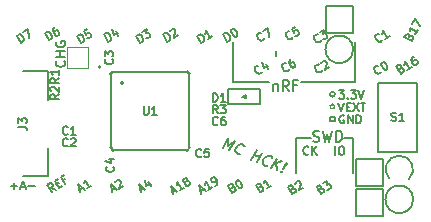
<source format=gto>
G04 #@! TF.FileFunction,Legend,Top*
%FSLAX46Y46*%
G04 Gerber Fmt 4.6, Leading zero omitted, Abs format (unit mm)*
G04 Created by KiCad (PCBNEW 0.201505121916+5652~23~ubuntu14.04.1-product) date Mon 25 May 2015 21:29:56 BST*
%MOMM*%
G01*
G04 APERTURE LIST*
%ADD10C,0.150000*%
%ADD11C,0.149860*%
%ADD12C,0.203200*%
%ADD13C,0.198120*%
%ADD14C,0.120000*%
G04 APERTURE END LIST*
D10*
D11*
X68966667Y-51200000D02*
X68900001Y-51166667D01*
X68800001Y-51166667D01*
X68700001Y-51200000D01*
X68633334Y-51266667D01*
X68600001Y-51333333D01*
X68566667Y-51466667D01*
X68566667Y-51566667D01*
X68600001Y-51700000D01*
X68633334Y-51766667D01*
X68700001Y-51833333D01*
X68800001Y-51866667D01*
X68866667Y-51866667D01*
X68966667Y-51833333D01*
X69000001Y-51800000D01*
X69000001Y-51566667D01*
X68866667Y-51566667D01*
X69300001Y-51866667D02*
X69300001Y-51166667D01*
X69700001Y-51866667D01*
X69700001Y-51166667D01*
X70033334Y-51866667D02*
X70033334Y-51166667D01*
X70200000Y-51166667D01*
X70300000Y-51200000D01*
X70366667Y-51266667D01*
X70400000Y-51333333D01*
X70433334Y-51466667D01*
X70433334Y-51566667D01*
X70400000Y-51700000D01*
X70366667Y-51766667D01*
X70300000Y-51833333D01*
X70200000Y-51866667D01*
X70033334Y-51866667D01*
X67800000Y-51700000D02*
X67800000Y-51300000D01*
X68200000Y-51700000D02*
X67800000Y-51700000D01*
X68200000Y-51300000D02*
X68200000Y-51700000D01*
X67800000Y-51300000D02*
X68200000Y-51300000D01*
X68500001Y-50116667D02*
X68733334Y-50816667D01*
X68966667Y-50116667D01*
X69200001Y-50450000D02*
X69433334Y-50450000D01*
X69533334Y-50816667D02*
X69200001Y-50816667D01*
X69200001Y-50116667D01*
X69533334Y-50116667D01*
X69766667Y-50116667D02*
X70233334Y-50816667D01*
X70233334Y-50116667D02*
X69766667Y-50816667D01*
X70400001Y-50116667D02*
X70800001Y-50116667D01*
X70600001Y-50816667D02*
X70600001Y-50116667D01*
X68141000Y-50591000D02*
G75*
G03X67859000Y-50591000I-141000J141000D01*
G01*
X68566667Y-49066667D02*
X69000000Y-49066667D01*
X68766667Y-49333333D01*
X68866667Y-49333333D01*
X68933334Y-49366667D01*
X68966667Y-49400000D01*
X69000000Y-49466667D01*
X69000000Y-49633333D01*
X68966667Y-49700000D01*
X68933334Y-49733333D01*
X68866667Y-49766667D01*
X68666667Y-49766667D01*
X68600000Y-49733333D01*
X68566667Y-49700000D01*
X69300001Y-49700000D02*
X69333334Y-49733333D01*
X69300001Y-49766667D01*
X69266667Y-49733333D01*
X69300001Y-49700000D01*
X69300001Y-49766667D01*
X69566667Y-49066667D02*
X70000000Y-49066667D01*
X69766667Y-49333333D01*
X69866667Y-49333333D01*
X69933334Y-49366667D01*
X69966667Y-49400000D01*
X70000000Y-49466667D01*
X70000000Y-49633333D01*
X69966667Y-49700000D01*
X69933334Y-49733333D01*
X69866667Y-49766667D01*
X69666667Y-49766667D01*
X69600000Y-49733333D01*
X69566667Y-49700000D01*
X70200001Y-49066667D02*
X70433334Y-49766667D01*
X70666667Y-49066667D01*
X68206155Y-49400000D02*
G75*
G03X68206155Y-49400000I-206155J0D01*
G01*
X64900000Y-53100000D02*
X64900000Y-56100000D01*
X66200000Y-53100000D02*
X64900000Y-53100000D01*
X69700000Y-53100000D02*
X69700000Y-56100000D01*
X69000000Y-53100000D02*
X69700000Y-53100000D01*
X64621410Y-57406699D02*
X64724679Y-57385566D01*
X64770213Y-57397768D01*
X64832415Y-57438835D01*
X64882415Y-57525438D01*
X64886880Y-57599840D01*
X64874679Y-57645374D01*
X64833611Y-57707575D01*
X64602671Y-57840908D01*
X64252671Y-57234690D01*
X64454744Y-57118024D01*
X64529145Y-57113558D01*
X64574679Y-57125758D01*
X64636880Y-57166827D01*
X64670213Y-57224562D01*
X64674679Y-57298963D01*
X64662479Y-57344498D01*
X64621410Y-57406699D01*
X64419338Y-57523365D01*
X64863354Y-56959092D02*
X64875556Y-56913558D01*
X64916624Y-56851357D01*
X65060961Y-56768024D01*
X65135363Y-56763558D01*
X65180897Y-56775758D01*
X65243098Y-56816827D01*
X65276431Y-56874562D01*
X65297564Y-56977832D01*
X65151154Y-57524242D01*
X65526431Y-57307575D01*
X69900000Y-48400000D02*
X69900000Y-45000000D01*
X65300000Y-48400000D02*
X69900000Y-48400000D01*
X62600000Y-48400000D02*
X59600000Y-48400000D01*
X62972389Y-48507323D02*
X62972389Y-49106763D01*
X62972389Y-48592957D02*
X63015206Y-48550140D01*
X63100840Y-48507323D01*
X63229292Y-48507323D01*
X63314926Y-48550140D01*
X63357743Y-48635774D01*
X63357743Y-49106763D01*
X64299720Y-49106763D02*
X64000000Y-48678591D01*
X63785915Y-49106763D02*
X63785915Y-48207603D01*
X64128452Y-48207603D01*
X64214086Y-48250420D01*
X64256903Y-48293237D01*
X64299720Y-48378871D01*
X64299720Y-48507323D01*
X64256903Y-48592957D01*
X64214086Y-48635774D01*
X64128452Y-48678591D01*
X63785915Y-48678591D01*
X64984795Y-48635774D02*
X64685075Y-48635774D01*
X64685075Y-49106763D02*
X64685075Y-48207603D01*
X65113246Y-48207603D01*
X59600000Y-45000000D02*
X59600000Y-48400000D01*
X63230000Y-46164500D02*
X63230000Y-45720000D01*
X72263000Y-54864000D02*
X72263000Y-57150000D01*
X72263000Y-57150000D02*
X69977000Y-57150000D01*
X69977000Y-57150000D02*
X69977000Y-54864000D01*
X69977000Y-54864000D02*
X72263000Y-54864000D01*
X66379712Y-53363946D02*
X66508163Y-53406763D01*
X66722249Y-53406763D01*
X66807883Y-53363946D01*
X66850700Y-53321129D01*
X66893517Y-53235494D01*
X66893517Y-53149860D01*
X66850700Y-53064226D01*
X66807883Y-53021409D01*
X66722249Y-52978591D01*
X66550980Y-52935774D01*
X66465346Y-52892957D01*
X66422529Y-52850140D01*
X66379712Y-52764506D01*
X66379712Y-52678871D01*
X66422529Y-52593237D01*
X66465346Y-52550420D01*
X66550980Y-52507603D01*
X66765066Y-52507603D01*
X66893517Y-52550420D01*
X67193237Y-52507603D02*
X67407323Y-53406763D01*
X67578592Y-52764506D01*
X67749860Y-53406763D01*
X67963946Y-52507603D01*
X68306483Y-53406763D02*
X68306483Y-52507603D01*
X68520568Y-52507603D01*
X68649020Y-52550420D01*
X68734654Y-52636054D01*
X68777471Y-52721689D01*
X68820288Y-52892957D01*
X68820288Y-53021409D01*
X68777471Y-53192677D01*
X68734654Y-53278311D01*
X68649020Y-53363946D01*
X68520568Y-53406763D01*
X68306483Y-53406763D01*
X40800000Y-57150000D02*
X41333333Y-57150000D01*
X41066666Y-57416667D02*
X41066666Y-56883333D01*
X41633333Y-57216667D02*
X41966667Y-57216667D01*
X41566667Y-57416667D02*
X41800000Y-56716667D01*
X42033333Y-57416667D01*
X42266667Y-57150000D02*
X42800000Y-57150000D01*
X72223964Y-44774839D02*
X72211763Y-44820374D01*
X72141827Y-44899242D01*
X72084093Y-44932575D01*
X71980823Y-44953707D01*
X71889755Y-44929306D01*
X71827554Y-44888237D01*
X71732020Y-44789434D01*
X71682020Y-44702832D01*
X71644221Y-44570694D01*
X71639755Y-44496293D01*
X71664157Y-44405224D01*
X71734093Y-44326357D01*
X71791827Y-44293024D01*
X71895096Y-44271891D01*
X71940631Y-44284091D01*
X72834647Y-44499242D02*
X72488237Y-44699242D01*
X72661442Y-44599242D02*
X72311442Y-43993024D01*
X72303708Y-44112959D01*
X72279306Y-44204027D01*
X72238237Y-44266229D01*
X74498365Y-44509049D02*
X74577232Y-44439113D01*
X74622767Y-44426913D01*
X74697168Y-44431378D01*
X74783771Y-44481378D01*
X74824839Y-44543580D01*
X74837040Y-44589113D01*
X74832575Y-44663516D01*
X74699242Y-44894455D01*
X74093024Y-44544455D01*
X74209690Y-44342383D01*
X74271891Y-44301314D01*
X74317425Y-44289113D01*
X74391827Y-44293580D01*
X74449562Y-44326913D01*
X74490630Y-44389113D01*
X74502832Y-44434647D01*
X74498365Y-44509049D01*
X74381699Y-44711122D01*
X75232575Y-43970695D02*
X75032575Y-44317105D01*
X75132575Y-44143900D02*
X74526357Y-43793900D01*
X74579626Y-43901635D01*
X74604027Y-43992703D01*
X74599562Y-44067105D01*
X74743024Y-43418622D02*
X74976357Y-43014477D01*
X75432575Y-43624284D01*
X69750882Y-45593000D02*
G75*
G03X69750882Y-45593000I-1170882J0D01*
G01*
X67123964Y-47374839D02*
X67111763Y-47420374D01*
X67041827Y-47499242D01*
X66984093Y-47532575D01*
X66880823Y-47553707D01*
X66789755Y-47529306D01*
X66727554Y-47488237D01*
X66632020Y-47389434D01*
X66582020Y-47302832D01*
X66544221Y-47170694D01*
X66539755Y-47096293D01*
X66564157Y-47005224D01*
X66634093Y-46926357D01*
X66691827Y-46893024D01*
X66795096Y-46871891D01*
X66840631Y-46884091D01*
X67071570Y-46750758D02*
X67083772Y-46705224D01*
X67124840Y-46643024D01*
X67269178Y-46559690D01*
X67343580Y-46555224D01*
X67389113Y-46567425D01*
X67451314Y-46608494D01*
X67484647Y-46666229D01*
X67505780Y-46769498D01*
X67359370Y-47315908D01*
X67734647Y-47099242D01*
X67023964Y-44824839D02*
X67011763Y-44870374D01*
X66941827Y-44949242D01*
X66884093Y-44982575D01*
X66780823Y-45003707D01*
X66689755Y-44979306D01*
X66627554Y-44938237D01*
X66532020Y-44839434D01*
X66482020Y-44752832D01*
X66444221Y-44620694D01*
X66439755Y-44546293D01*
X66464157Y-44455224D01*
X66534093Y-44376357D01*
X66591827Y-44343024D01*
X66695096Y-44321891D01*
X66740631Y-44334091D01*
X66909370Y-44159690D02*
X67284647Y-43943024D01*
X67215908Y-44290630D01*
X67302511Y-44240630D01*
X67376913Y-44236165D01*
X67422447Y-44248365D01*
X67484647Y-44289434D01*
X67567980Y-44433771D01*
X67572447Y-44508173D01*
X67560246Y-44553707D01*
X67519178Y-44615908D01*
X67345973Y-44715908D01*
X67271570Y-44720374D01*
X67226037Y-44708173D01*
X49325321Y-57501037D02*
X49613997Y-57334370D01*
X49367586Y-57707575D02*
X49219659Y-56984690D01*
X49771731Y-57474242D01*
X49628269Y-56825758D02*
X49640471Y-56780224D01*
X49681539Y-56718024D01*
X49825876Y-56634690D01*
X49900278Y-56630224D01*
X49945812Y-56642425D01*
X50008013Y-56683494D01*
X50041346Y-56741229D01*
X50062479Y-56844498D01*
X49916069Y-57390908D01*
X50291346Y-57174242D01*
X68233334Y-54516667D02*
X68233334Y-53816667D01*
X68700000Y-53816667D02*
X68833333Y-53816667D01*
X68900000Y-53850000D01*
X68966667Y-53916667D01*
X69000000Y-54050000D01*
X69000000Y-54283333D01*
X68966667Y-54416667D01*
X68900000Y-54483333D01*
X68833333Y-54516667D01*
X68700000Y-54516667D01*
X68633333Y-54483333D01*
X68566667Y-54416667D01*
X68533333Y-54283333D01*
X68533333Y-54050000D01*
X68566667Y-53916667D01*
X68633333Y-53850000D01*
X68700000Y-53816667D01*
X65966667Y-54450000D02*
X65933333Y-54483333D01*
X65833333Y-54516667D01*
X65766667Y-54516667D01*
X65666667Y-54483333D01*
X65600000Y-54416667D01*
X65566667Y-54350000D01*
X65533333Y-54216667D01*
X65533333Y-54116667D01*
X65566667Y-53983333D01*
X65600000Y-53916667D01*
X65666667Y-53850000D01*
X65766667Y-53816667D01*
X65833333Y-53816667D01*
X65933333Y-53850000D01*
X65966667Y-53883333D01*
X66266667Y-54516667D02*
X66266667Y-53816667D01*
X66666667Y-54516667D02*
X66366667Y-54116667D01*
X66666667Y-53816667D02*
X66266667Y-54216667D01*
X72123964Y-47474839D02*
X72111763Y-47520374D01*
X72041827Y-47599242D01*
X71984093Y-47632575D01*
X71880823Y-47653707D01*
X71789755Y-47629306D01*
X71727554Y-47588237D01*
X71632020Y-47489434D01*
X71582020Y-47402832D01*
X71544221Y-47270694D01*
X71539755Y-47196293D01*
X71564157Y-47105224D01*
X71634093Y-47026357D01*
X71691827Y-46993024D01*
X71795096Y-46971891D01*
X71840631Y-46984091D01*
X72182575Y-46709690D02*
X72240310Y-46676357D01*
X72314711Y-46671891D01*
X72360246Y-46684091D01*
X72422447Y-46725160D01*
X72517980Y-46823963D01*
X72601314Y-46968301D01*
X72639113Y-47100438D01*
X72643580Y-47174839D01*
X72631378Y-47220374D01*
X72590310Y-47282575D01*
X72532575Y-47315908D01*
X72458173Y-47320374D01*
X72412639Y-47308173D01*
X72350438Y-47267104D01*
X72254904Y-47168301D01*
X72171570Y-47023963D01*
X72133772Y-46891827D01*
X72129306Y-46817425D01*
X72141506Y-46771891D01*
X72182575Y-46709690D01*
X73790951Y-47215032D02*
X73894220Y-47193899D01*
X73939754Y-47206101D01*
X74001955Y-47247168D01*
X74051955Y-47333771D01*
X74056420Y-47408173D01*
X74044220Y-47453707D01*
X74003151Y-47515909D01*
X73772212Y-47649242D01*
X73422212Y-47043024D01*
X73624284Y-46926357D01*
X73698686Y-46921891D01*
X73744220Y-46934092D01*
X73806420Y-46975161D01*
X73839754Y-47032896D01*
X73844220Y-47107297D01*
X73832020Y-47152832D01*
X73790951Y-47215032D01*
X73588878Y-47331699D01*
X74695972Y-47115909D02*
X74349562Y-47315909D01*
X74522767Y-47215909D02*
X74172767Y-46609691D01*
X74165032Y-46729626D01*
X74140630Y-46820694D01*
X74099562Y-46882896D01*
X74865588Y-46209690D02*
X74750117Y-46276357D01*
X74709049Y-46338558D01*
X74696848Y-46384092D01*
X74689113Y-46504027D01*
X74726912Y-46636165D01*
X74860245Y-46867105D01*
X74922447Y-46908173D01*
X74967980Y-46920374D01*
X75042383Y-46915908D01*
X75157853Y-46849242D01*
X75198921Y-46787040D01*
X75211122Y-46741506D01*
X75206655Y-46667105D01*
X75123322Y-46522768D01*
X75061122Y-46481699D01*
X75015588Y-46469498D01*
X74941186Y-46473963D01*
X74825716Y-46540630D01*
X74784647Y-46602832D01*
X74772447Y-46648365D01*
X74776912Y-46722768D01*
X67021410Y-57406699D02*
X67124679Y-57385566D01*
X67170213Y-57397768D01*
X67232415Y-57438835D01*
X67282415Y-57525438D01*
X67286880Y-57599840D01*
X67274679Y-57645374D01*
X67233611Y-57707575D01*
X67002671Y-57840908D01*
X66652671Y-57234690D01*
X66854744Y-57118024D01*
X66929145Y-57113558D01*
X66974679Y-57125758D01*
X67036880Y-57166827D01*
X67070213Y-57224562D01*
X67074679Y-57298963D01*
X67062479Y-57344498D01*
X67021410Y-57406699D01*
X66819338Y-57523365D01*
X67201154Y-56918024D02*
X67576431Y-56701357D01*
X67507692Y-57048963D01*
X67594294Y-56998963D01*
X67668697Y-56994498D01*
X67714230Y-57006699D01*
X67776431Y-57047768D01*
X67859764Y-57192105D01*
X67864230Y-57266506D01*
X67852030Y-57312040D01*
X67810961Y-57374242D01*
X67637756Y-57474242D01*
X67563354Y-57478707D01*
X67517820Y-57466506D01*
X61879626Y-57248365D02*
X61982895Y-57227232D01*
X62028430Y-57239434D01*
X62090631Y-57280501D01*
X62140631Y-57367104D01*
X62145096Y-57441506D01*
X62132895Y-57487040D01*
X62091827Y-57549242D01*
X61860888Y-57682575D01*
X61510888Y-57076357D01*
X61712960Y-56959690D01*
X61787362Y-56955224D01*
X61832895Y-56967425D01*
X61895096Y-57008494D01*
X61928430Y-57066229D01*
X61932895Y-57140630D01*
X61920695Y-57186165D01*
X61879626Y-57248365D01*
X61677554Y-57365032D01*
X62784647Y-57149242D02*
X62438237Y-57349242D01*
X62611442Y-57249242D02*
X62261442Y-56643024D01*
X62253708Y-56762959D01*
X62229306Y-56854027D01*
X62188237Y-56916229D01*
X59529626Y-57298365D02*
X59632895Y-57277232D01*
X59678430Y-57289434D01*
X59740631Y-57330501D01*
X59790631Y-57417104D01*
X59795096Y-57491506D01*
X59782895Y-57537040D01*
X59741827Y-57599242D01*
X59510888Y-57732575D01*
X59160888Y-57126357D01*
X59362960Y-57009690D01*
X59437362Y-57005224D01*
X59482895Y-57017425D01*
X59545096Y-57058494D01*
X59578430Y-57116229D01*
X59582895Y-57190630D01*
X59570695Y-57236165D01*
X59529626Y-57298365D01*
X59327554Y-57415032D01*
X59882575Y-56709690D02*
X59940310Y-56676357D01*
X60014711Y-56671891D01*
X60060246Y-56684091D01*
X60122447Y-56725160D01*
X60217980Y-56823963D01*
X60301314Y-56968301D01*
X60339113Y-57100438D01*
X60343580Y-57174839D01*
X60331378Y-57220374D01*
X60290310Y-57282575D01*
X60232575Y-57315908D01*
X60158173Y-57320374D01*
X60112639Y-57308173D01*
X60050438Y-57267104D01*
X59954904Y-57168301D01*
X59871570Y-57023963D01*
X59833772Y-56891827D01*
X59829306Y-56817425D01*
X59841506Y-56771891D01*
X59882575Y-56709690D01*
X56836645Y-57617704D02*
X57125321Y-57451037D01*
X56878911Y-57824242D02*
X56730983Y-57101357D01*
X57283055Y-57590909D01*
X57802670Y-57290909D02*
X57456260Y-57490909D01*
X57629465Y-57390909D02*
X57279465Y-56784691D01*
X57271731Y-56904626D01*
X57247329Y-56995694D01*
X57206260Y-57057896D01*
X58091346Y-57124242D02*
X58206816Y-57057575D01*
X58247884Y-56995374D01*
X58260085Y-56949840D01*
X58267820Y-56829904D01*
X58230021Y-56697768D01*
X58096688Y-56466827D01*
X58034487Y-56425758D01*
X57988953Y-56413558D01*
X57914551Y-56418024D01*
X57799082Y-56484690D01*
X57758013Y-56546891D01*
X57745812Y-56592425D01*
X57750277Y-56666827D01*
X57833611Y-56811165D01*
X57895812Y-56852232D01*
X57941346Y-56864434D01*
X58015748Y-56859968D01*
X58131218Y-56793301D01*
X58172287Y-56731101D01*
X58184487Y-56685566D01*
X58180021Y-56611165D01*
X54436645Y-57667704D02*
X54725321Y-57501037D01*
X54478911Y-57874242D02*
X54330983Y-57151357D01*
X54883055Y-57640909D01*
X55402670Y-57340909D02*
X55056260Y-57540909D01*
X55229465Y-57440909D02*
X54879465Y-56834691D01*
X54871731Y-56954626D01*
X54847329Y-57045694D01*
X54806260Y-57107896D01*
X55549082Y-56794498D02*
X55474679Y-56798963D01*
X55429145Y-56786763D01*
X55366944Y-56745694D01*
X55350277Y-56716827D01*
X55345812Y-56642425D01*
X55358013Y-56596891D01*
X55399082Y-56534690D01*
X55514551Y-56468024D01*
X55588953Y-56463558D01*
X55634487Y-56475758D01*
X55696688Y-56516827D01*
X55713354Y-56545694D01*
X55717820Y-56620096D01*
X55705620Y-56665630D01*
X55664551Y-56727832D01*
X55549082Y-56794498D01*
X55508013Y-56856699D01*
X55495812Y-56902232D01*
X55500277Y-56976635D01*
X55566944Y-57092105D01*
X55629145Y-57133173D01*
X55674679Y-57145374D01*
X55749082Y-57140908D01*
X55864551Y-57074242D01*
X55905620Y-57012040D01*
X55917820Y-56966506D01*
X55913354Y-56892105D01*
X55846688Y-56776635D01*
X55784487Y-56735566D01*
X55738953Y-56723365D01*
X55664551Y-56727832D01*
X51725321Y-57501037D02*
X52013997Y-57334370D01*
X51767586Y-57707575D02*
X51619659Y-56984690D01*
X52171731Y-57474242D01*
X52400278Y-56803429D02*
X52633612Y-57207575D01*
X52122607Y-56655822D02*
X52228269Y-57172168D01*
X52603547Y-56955501D01*
X46575321Y-57501037D02*
X46863997Y-57334370D01*
X46617586Y-57707575D02*
X46469659Y-56984690D01*
X47021731Y-57474242D01*
X47541346Y-57174242D02*
X47194936Y-57374242D01*
X47368141Y-57274242D02*
X47018141Y-56668024D01*
X47010407Y-56787959D01*
X46986004Y-56879027D01*
X46944936Y-56941229D01*
X44561924Y-57474241D02*
X44193184Y-57302232D01*
X44215514Y-57674241D02*
X43865514Y-57068023D01*
X44096454Y-56934690D01*
X44170855Y-56930224D01*
X44216389Y-56942425D01*
X44278591Y-56983493D01*
X44328591Y-57070096D01*
X44333056Y-57144498D01*
X44320855Y-57190032D01*
X44279787Y-57252232D01*
X44048847Y-57385565D01*
X44638398Y-57006698D02*
X44840471Y-56890032D01*
X45110407Y-57157575D02*
X44821732Y-57324241D01*
X44471732Y-56718023D01*
X44760407Y-56551357D01*
X45388953Y-56573365D02*
X45186881Y-56690032D01*
X45370214Y-57007575D02*
X45020214Y-56401357D01*
X45308889Y-56234690D01*
X62023964Y-47474839D02*
X62011763Y-47520374D01*
X61941827Y-47599242D01*
X61884093Y-47632575D01*
X61780823Y-47653707D01*
X61689755Y-47629306D01*
X61627554Y-47588237D01*
X61532020Y-47489434D01*
X61482020Y-47402832D01*
X61444221Y-47270694D01*
X61439755Y-47196293D01*
X61464157Y-47105224D01*
X61534093Y-47026357D01*
X61591827Y-46993024D01*
X61695096Y-46971891D01*
X61740631Y-46984091D01*
X62343580Y-46828429D02*
X62576913Y-47232575D01*
X62065908Y-46680822D02*
X62171570Y-47197168D01*
X62546849Y-46980501D01*
X64623964Y-44574839D02*
X64611763Y-44620374D01*
X64541827Y-44699242D01*
X64484093Y-44732575D01*
X64380823Y-44753707D01*
X64289755Y-44729306D01*
X64227554Y-44688237D01*
X64132020Y-44589434D01*
X64082020Y-44502832D01*
X64044221Y-44370694D01*
X64039755Y-44296293D01*
X64064157Y-44205224D01*
X64134093Y-44126357D01*
X64191827Y-44093024D01*
X64295096Y-44071891D01*
X64340631Y-44084091D01*
X64855780Y-43709690D02*
X64567105Y-43876357D01*
X64704904Y-44181699D01*
X64717105Y-44136165D01*
X64758173Y-44073963D01*
X64902511Y-43990630D01*
X64976913Y-43986165D01*
X65022447Y-43998365D01*
X65084647Y-44039434D01*
X65167980Y-44183771D01*
X65172447Y-44258173D01*
X65160246Y-44303707D01*
X65119178Y-44365908D01*
X64974840Y-44449242D01*
X64900438Y-44453707D01*
X64854904Y-44441506D01*
X64323964Y-47274839D02*
X64311763Y-47320374D01*
X64241827Y-47399242D01*
X64184093Y-47432575D01*
X64080823Y-47453707D01*
X63989755Y-47429306D01*
X63927554Y-47388237D01*
X63832020Y-47289434D01*
X63782020Y-47202832D01*
X63744221Y-47070694D01*
X63739755Y-46996293D01*
X63764157Y-46905224D01*
X63834093Y-46826357D01*
X63891827Y-46793024D01*
X63995096Y-46771891D01*
X64040631Y-46784091D01*
X64526913Y-46426357D02*
X64411442Y-46493024D01*
X64370374Y-46555224D01*
X64358173Y-46600758D01*
X64350438Y-46720694D01*
X64388237Y-46852832D01*
X64521570Y-47083771D01*
X64583772Y-47124839D01*
X64629306Y-47137040D01*
X64703708Y-47132575D01*
X64819178Y-47065908D01*
X64860246Y-47003707D01*
X64872447Y-46958173D01*
X64867980Y-46883771D01*
X64784647Y-46739434D01*
X64722447Y-46698365D01*
X64676913Y-46686165D01*
X64602511Y-46690630D01*
X64487041Y-46757296D01*
X64445973Y-46819498D01*
X64433772Y-46865032D01*
X64438237Y-46939434D01*
X62223964Y-44674839D02*
X62211763Y-44720374D01*
X62141827Y-44799242D01*
X62084093Y-44832575D01*
X61980823Y-44853707D01*
X61889755Y-44829306D01*
X61827554Y-44788237D01*
X61732020Y-44689434D01*
X61682020Y-44602832D01*
X61644221Y-44470694D01*
X61639755Y-44396293D01*
X61664157Y-44305224D01*
X61734093Y-44226357D01*
X61791827Y-44193024D01*
X61895096Y-44171891D01*
X61940631Y-44184091D01*
X62109370Y-44009690D02*
X62513516Y-43776357D01*
X62603708Y-44532575D01*
X59110888Y-44932575D02*
X58760888Y-44326357D01*
X58905225Y-44243024D01*
X59008494Y-44221891D01*
X59099562Y-44246293D01*
X59161763Y-44287361D01*
X59257298Y-44386165D01*
X59307298Y-44472767D01*
X59345096Y-44604904D01*
X59349562Y-44679306D01*
X59325160Y-44770374D01*
X59255225Y-44849242D01*
X59110888Y-44932575D01*
X59482575Y-43909690D02*
X59540310Y-43876357D01*
X59614711Y-43871891D01*
X59660246Y-43884091D01*
X59722447Y-43925160D01*
X59817980Y-44023963D01*
X59901314Y-44168301D01*
X59939113Y-44300438D01*
X59943580Y-44374839D01*
X59931378Y-44420374D01*
X59890310Y-44482575D01*
X59832575Y-44515908D01*
X59758173Y-44520374D01*
X59712639Y-44508173D01*
X59650438Y-44467104D01*
X59554904Y-44368301D01*
X59471570Y-44223963D01*
X59433772Y-44091827D01*
X59429306Y-44017425D01*
X59441506Y-43971891D01*
X59482575Y-43909690D01*
X56910888Y-45032575D02*
X56560888Y-44426357D01*
X56705225Y-44343024D01*
X56808494Y-44321891D01*
X56899562Y-44346293D01*
X56961763Y-44387361D01*
X57057298Y-44486165D01*
X57107298Y-44572767D01*
X57145096Y-44704904D01*
X57149562Y-44779306D01*
X57125160Y-44870374D01*
X57055225Y-44949242D01*
X56910888Y-45032575D01*
X57834647Y-44499242D02*
X57488237Y-44699242D01*
X57661442Y-44599242D02*
X57311442Y-43993024D01*
X57303708Y-44112959D01*
X57279306Y-44204027D01*
X57238237Y-44266229D01*
X54010888Y-44932575D02*
X53660888Y-44326357D01*
X53805225Y-44243024D01*
X53908494Y-44221891D01*
X53999562Y-44246293D01*
X54061763Y-44287361D01*
X54157298Y-44386165D01*
X54207298Y-44472767D01*
X54245096Y-44604904D01*
X54249562Y-44679306D01*
X54225160Y-44770374D01*
X54155225Y-44849242D01*
X54010888Y-44932575D01*
X54271570Y-44050758D02*
X54283772Y-44005224D01*
X54324840Y-43943024D01*
X54469178Y-43859690D01*
X54543580Y-43855224D01*
X54589113Y-43867425D01*
X54651314Y-43908494D01*
X54684647Y-43966229D01*
X54705780Y-44069498D01*
X54559370Y-44615908D01*
X54934647Y-44399242D01*
X51710888Y-45032575D02*
X51360888Y-44426357D01*
X51505225Y-44343024D01*
X51608494Y-44321891D01*
X51699562Y-44346293D01*
X51761763Y-44387361D01*
X51857298Y-44486165D01*
X51907298Y-44572767D01*
X51945096Y-44704904D01*
X51949562Y-44779306D01*
X51925160Y-44870374D01*
X51855225Y-44949242D01*
X51710888Y-45032575D01*
X51909370Y-44109690D02*
X52284647Y-43893024D01*
X52215908Y-44240630D01*
X52302511Y-44190630D01*
X52376913Y-44186165D01*
X52422447Y-44198365D01*
X52484647Y-44239434D01*
X52567980Y-44383771D01*
X52572447Y-44458173D01*
X52560246Y-44503707D01*
X52519178Y-44565908D01*
X52345973Y-44665908D01*
X52271570Y-44670374D01*
X52226037Y-44658173D01*
X49010888Y-44932575D02*
X48660888Y-44326357D01*
X48805225Y-44243024D01*
X48908494Y-44221891D01*
X48999562Y-44246293D01*
X49061763Y-44287361D01*
X49157298Y-44386165D01*
X49207298Y-44472767D01*
X49245096Y-44604904D01*
X49249562Y-44679306D01*
X49225160Y-44770374D01*
X49155225Y-44849242D01*
X49010888Y-44932575D01*
X49643580Y-44028429D02*
X49876913Y-44432575D01*
X49365908Y-43880822D02*
X49471570Y-44397168D01*
X49846849Y-44180501D01*
X46710888Y-45032575D02*
X46360888Y-44426357D01*
X46505225Y-44343024D01*
X46608494Y-44321891D01*
X46699562Y-44346293D01*
X46761763Y-44387361D01*
X46857298Y-44486165D01*
X46907298Y-44572767D01*
X46945096Y-44704904D01*
X46949562Y-44779306D01*
X46925160Y-44870374D01*
X46855225Y-44949242D01*
X46710888Y-45032575D01*
X47255780Y-43909690D02*
X46967105Y-44076357D01*
X47104904Y-44381699D01*
X47117105Y-44336165D01*
X47158173Y-44273963D01*
X47302511Y-44190630D01*
X47376913Y-44186165D01*
X47422447Y-44198365D01*
X47484647Y-44239434D01*
X47567980Y-44383771D01*
X47572447Y-44458173D01*
X47560246Y-44503707D01*
X47519178Y-44565908D01*
X47374840Y-44649242D01*
X47300438Y-44653707D01*
X47254904Y-44641506D01*
X44010888Y-44832575D02*
X43660888Y-44226357D01*
X43805225Y-44143024D01*
X43908494Y-44121891D01*
X43999562Y-44146293D01*
X44061763Y-44187361D01*
X44157298Y-44286165D01*
X44207298Y-44372767D01*
X44245096Y-44504904D01*
X44249562Y-44579306D01*
X44225160Y-44670374D01*
X44155225Y-44749242D01*
X44010888Y-44832575D01*
X44526913Y-43726357D02*
X44411442Y-43793024D01*
X44370374Y-43855224D01*
X44358173Y-43900758D01*
X44350438Y-44020694D01*
X44388237Y-44152832D01*
X44521570Y-44383771D01*
X44583772Y-44424839D01*
X44629306Y-44437040D01*
X44703708Y-44432575D01*
X44819178Y-44365908D01*
X44860246Y-44303707D01*
X44872447Y-44258173D01*
X44867980Y-44183771D01*
X44784647Y-44039434D01*
X44722447Y-43998365D01*
X44676913Y-43986165D01*
X44602511Y-43990630D01*
X44487041Y-44057296D01*
X44445973Y-44119498D01*
X44433772Y-44165032D01*
X44438237Y-44239434D01*
X41610888Y-45032575D02*
X41260888Y-44426357D01*
X41405225Y-44343024D01*
X41508494Y-44321891D01*
X41599562Y-44346293D01*
X41661763Y-44387361D01*
X41757298Y-44486165D01*
X41807298Y-44572767D01*
X41845096Y-44704904D01*
X41849562Y-44779306D01*
X41825160Y-44870374D01*
X41755225Y-44949242D01*
X41610888Y-45032575D01*
X41809370Y-44109690D02*
X42213516Y-43876357D01*
X42303708Y-44632575D01*
X74830882Y-58293000D02*
G75*
G03X74830882Y-58293000I-1170882J0D01*
G01*
X69977000Y-57404000D02*
X72263000Y-57404000D01*
X69977000Y-59690000D02*
X69977000Y-57404000D01*
X72263000Y-59690000D02*
X69977000Y-59690000D01*
X72263000Y-57404000D02*
X72263000Y-59690000D01*
X69723000Y-44196000D02*
X69723000Y-41910000D01*
X67437000Y-44196000D02*
X69723000Y-44196000D01*
X67437000Y-41910000D02*
X67437000Y-44196000D01*
X69723000Y-41910000D02*
X67437000Y-41910000D01*
X74485500Y-56578500D02*
G75*
G03X72834500Y-56578500I-825500J825500D01*
G01*
X58730926Y-53908936D02*
X59185716Y-53125171D01*
X59136760Y-53802113D01*
X59737503Y-53359391D01*
X59282713Y-54143156D01*
X60193119Y-54436571D02*
X60132050Y-54457164D01*
X59992154Y-54444296D01*
X59913327Y-54410836D01*
X59816743Y-54323324D01*
X59781231Y-54215219D01*
X59785130Y-54123845D01*
X59832343Y-53957827D01*
X59897314Y-53845860D01*
X60023353Y-53713302D01*
X60106080Y-53655387D01*
X60228220Y-53614203D01*
X60368117Y-53627071D01*
X60446943Y-53660531D01*
X60543527Y-53748043D01*
X60561284Y-53802095D01*
X61135142Y-54929465D02*
X61589932Y-54145701D01*
X61373365Y-54518922D02*
X61846325Y-54719681D01*
X61608102Y-55130225D02*
X62062892Y-54346460D01*
X62518509Y-55423641D02*
X62457439Y-55444233D01*
X62317543Y-55431365D01*
X62238716Y-55397905D01*
X62142132Y-55310393D01*
X62106620Y-55202288D01*
X62110520Y-55110914D01*
X62157732Y-54944896D01*
X62222703Y-54832929D01*
X62348742Y-54700371D01*
X62431470Y-54642456D01*
X62553609Y-54601272D01*
X62693506Y-54614140D01*
X62772333Y-54647600D01*
X62868916Y-54735112D01*
X62886673Y-54789164D01*
X62829917Y-55648855D02*
X63284707Y-54865090D01*
X63302877Y-55849615D02*
X63208037Y-55251179D01*
X63757667Y-55065850D02*
X63024827Y-55312956D01*
X63700911Y-55925541D02*
X63718668Y-55979593D01*
X63657598Y-56000185D01*
X63639842Y-55946133D01*
X63700911Y-55925541D01*
X63657598Y-56000185D01*
X63830851Y-55701608D02*
X64051319Y-55237012D01*
X64112388Y-55216420D01*
X64130145Y-55270472D01*
X63830851Y-55701608D01*
X64112388Y-55216420D01*
X43949980Y-49850220D02*
X43949980Y-47449920D01*
X43949980Y-47449920D02*
X41801140Y-47449920D01*
X43949980Y-53949780D02*
X43949980Y-56350080D01*
X43949980Y-56350080D02*
X41801140Y-56350080D01*
X60652400Y-49752400D02*
X60347600Y-49600000D01*
X60347600Y-49600000D02*
X60652400Y-49447600D01*
X60652400Y-49447600D02*
X60652400Y-49752400D01*
X61833500Y-50235000D02*
X59166500Y-50235000D01*
X59166500Y-50235000D02*
X59166500Y-48965000D01*
X59166500Y-48965000D02*
X61833500Y-48965000D01*
X61833500Y-48965000D02*
X61833500Y-50235000D01*
X49463200Y-54099460D02*
X49262540Y-53898800D01*
X49262540Y-53898800D02*
X49262540Y-47701200D01*
X49262540Y-47701200D02*
X49463200Y-47500540D01*
X49463200Y-47500540D02*
X55660800Y-47500540D01*
X55660800Y-47500540D02*
X55861460Y-47701200D01*
X55660800Y-54099460D02*
X49463200Y-54099460D01*
X55861460Y-47701200D02*
X55861460Y-53898800D01*
X49463200Y-54201060D02*
X49160940Y-53898800D01*
X55963060Y-53898800D02*
X55660800Y-54201060D01*
X55660800Y-47398940D02*
X55963060Y-47701200D01*
X49463200Y-47398940D02*
X49160940Y-47701200D01*
D12*
X48368491Y-47096680D02*
G75*
G03X48368491Y-47096680I-104171J0D01*
G01*
D13*
X50304332Y-48450500D02*
G75*
G03X50304332Y-48450500I-140092J0D01*
G01*
D11*
X71882000Y-54254400D02*
X71882000Y-48412400D01*
X71882000Y-48412400D02*
X75184000Y-48412400D01*
X75184000Y-48412400D02*
X75184000Y-54254400D01*
X75184000Y-54254400D02*
X71882000Y-54254400D01*
D14*
X45500000Y-47200000D02*
X45500000Y-45400000D01*
X45500000Y-45400000D02*
X47300000Y-45400000D01*
X47300000Y-45400000D02*
X47300000Y-47200000D01*
X47300000Y-47200000D02*
X45500000Y-47200000D01*
D11*
X41416667Y-52133333D02*
X41916667Y-52133333D01*
X42016667Y-52166667D01*
X42083333Y-52233333D01*
X42116667Y-52333333D01*
X42116667Y-52400000D01*
X41416667Y-51866667D02*
X41416667Y-51433334D01*
X41683333Y-51666667D01*
X41683333Y-51566667D01*
X41716667Y-51500000D01*
X41750000Y-51466667D01*
X41816667Y-51433334D01*
X41983333Y-51433334D01*
X42050000Y-51466667D01*
X42083333Y-51500000D01*
X42116667Y-51566667D01*
X42116667Y-51766667D01*
X42083333Y-51833334D01*
X42050000Y-51866667D01*
X57883334Y-50016667D02*
X57883334Y-49316667D01*
X58050000Y-49316667D01*
X58150000Y-49350000D01*
X58216667Y-49416667D01*
X58250000Y-49483333D01*
X58283334Y-49616667D01*
X58283334Y-49716667D01*
X58250000Y-49850000D01*
X58216667Y-49916667D01*
X58150000Y-49983333D01*
X58050000Y-50016667D01*
X57883334Y-50016667D01*
X58950000Y-50016667D02*
X58550000Y-50016667D01*
X58750000Y-50016667D02*
X58750000Y-49316667D01*
X58683334Y-49416667D01*
X58616667Y-49483333D01*
X58550000Y-49516667D01*
X52028667Y-50416667D02*
X52028667Y-50983333D01*
X52062000Y-51050000D01*
X52095333Y-51083333D01*
X52162000Y-51116667D01*
X52295333Y-51116667D01*
X52362000Y-51083333D01*
X52395333Y-51050000D01*
X52428667Y-50983333D01*
X52428667Y-50416667D01*
X53128666Y-51116667D02*
X52728666Y-51116667D01*
X52928666Y-51116667D02*
X52928666Y-50416667D01*
X52862000Y-50516667D01*
X52795333Y-50583333D01*
X52728666Y-50616667D01*
X72999666Y-51616733D02*
X73099666Y-51650067D01*
X73266333Y-51650067D01*
X73333000Y-51616733D01*
X73366333Y-51583400D01*
X73399666Y-51516733D01*
X73399666Y-51450067D01*
X73366333Y-51383400D01*
X73333000Y-51350067D01*
X73266333Y-51316733D01*
X73133000Y-51283400D01*
X73066333Y-51250067D01*
X73033000Y-51216733D01*
X72999666Y-51150067D01*
X72999666Y-51083400D01*
X73033000Y-51016733D01*
X73066333Y-50983400D01*
X73133000Y-50950067D01*
X73299666Y-50950067D01*
X73399666Y-50983400D01*
X74066333Y-51650067D02*
X73666333Y-51650067D01*
X73866333Y-51650067D02*
X73866333Y-50950067D01*
X73799667Y-51050067D01*
X73733000Y-51116733D01*
X73666333Y-51150067D01*
D10*
X44816667Y-48016666D02*
X44483333Y-48250000D01*
X44816667Y-48416666D02*
X44116667Y-48416666D01*
X44116667Y-48150000D01*
X44150000Y-48083333D01*
X44183333Y-48050000D01*
X44250000Y-48016666D01*
X44350000Y-48016666D01*
X44416667Y-48050000D01*
X44450000Y-48083333D01*
X44483333Y-48150000D01*
X44483333Y-48416666D01*
X44816667Y-47350000D02*
X44816667Y-47750000D01*
X44816667Y-47550000D02*
X44116667Y-47550000D01*
X44216667Y-47616666D01*
X44283333Y-47683333D01*
X44316667Y-47750000D01*
X44816667Y-49416666D02*
X44483333Y-49650000D01*
X44816667Y-49816666D02*
X44116667Y-49816666D01*
X44116667Y-49550000D01*
X44150000Y-49483333D01*
X44183333Y-49450000D01*
X44250000Y-49416666D01*
X44350000Y-49416666D01*
X44416667Y-49450000D01*
X44450000Y-49483333D01*
X44483333Y-49550000D01*
X44483333Y-49816666D01*
X44183333Y-49150000D02*
X44150000Y-49116666D01*
X44116667Y-49050000D01*
X44116667Y-48883333D01*
X44150000Y-48816666D01*
X44183333Y-48783333D01*
X44250000Y-48750000D01*
X44316667Y-48750000D01*
X44416667Y-48783333D01*
X44816667Y-49183333D01*
X44816667Y-48750000D01*
X49350000Y-46416666D02*
X49383333Y-46450000D01*
X49416667Y-46550000D01*
X49416667Y-46616666D01*
X49383333Y-46716666D01*
X49316667Y-46783333D01*
X49250000Y-46816666D01*
X49116667Y-46850000D01*
X49016667Y-46850000D01*
X48883333Y-46816666D01*
X48816667Y-46783333D01*
X48750000Y-46716666D01*
X48716667Y-46616666D01*
X48716667Y-46550000D01*
X48750000Y-46450000D01*
X48783333Y-46416666D01*
X48716667Y-46183333D02*
X48716667Y-45750000D01*
X48983333Y-45983333D01*
X48983333Y-45883333D01*
X49016667Y-45816666D01*
X49050000Y-45783333D01*
X49116667Y-45750000D01*
X49283333Y-45750000D01*
X49350000Y-45783333D01*
X49383333Y-45816666D01*
X49416667Y-45883333D01*
X49416667Y-46083333D01*
X49383333Y-46150000D01*
X49350000Y-46183333D01*
X45583334Y-52750000D02*
X45550000Y-52783333D01*
X45450000Y-52816667D01*
X45383334Y-52816667D01*
X45283334Y-52783333D01*
X45216667Y-52716667D01*
X45183334Y-52650000D01*
X45150000Y-52516667D01*
X45150000Y-52416667D01*
X45183334Y-52283333D01*
X45216667Y-52216667D01*
X45283334Y-52150000D01*
X45383334Y-52116667D01*
X45450000Y-52116667D01*
X45550000Y-52150000D01*
X45583334Y-52183333D01*
X46250000Y-52816667D02*
X45850000Y-52816667D01*
X46050000Y-52816667D02*
X46050000Y-52116667D01*
X45983334Y-52216667D01*
X45916667Y-52283333D01*
X45850000Y-52316667D01*
X56883334Y-54650000D02*
X56850000Y-54683333D01*
X56750000Y-54716667D01*
X56683334Y-54716667D01*
X56583334Y-54683333D01*
X56516667Y-54616667D01*
X56483334Y-54550000D01*
X56450000Y-54416667D01*
X56450000Y-54316667D01*
X56483334Y-54183333D01*
X56516667Y-54116667D01*
X56583334Y-54050000D01*
X56683334Y-54016667D01*
X56750000Y-54016667D01*
X56850000Y-54050000D01*
X56883334Y-54083333D01*
X57516667Y-54016667D02*
X57183334Y-54016667D01*
X57150000Y-54350000D01*
X57183334Y-54316667D01*
X57250000Y-54283333D01*
X57416667Y-54283333D01*
X57483334Y-54316667D01*
X57516667Y-54350000D01*
X57550000Y-54416667D01*
X57550000Y-54583333D01*
X57516667Y-54650000D01*
X57483334Y-54683333D01*
X57416667Y-54716667D01*
X57250000Y-54716667D01*
X57183334Y-54683333D01*
X57150000Y-54650000D01*
X49450000Y-55516666D02*
X49483333Y-55550000D01*
X49516667Y-55650000D01*
X49516667Y-55716666D01*
X49483333Y-55816666D01*
X49416667Y-55883333D01*
X49350000Y-55916666D01*
X49216667Y-55950000D01*
X49116667Y-55950000D01*
X48983333Y-55916666D01*
X48916667Y-55883333D01*
X48850000Y-55816666D01*
X48816667Y-55716666D01*
X48816667Y-55650000D01*
X48850000Y-55550000D01*
X48883333Y-55516666D01*
X49050000Y-54916666D02*
X49516667Y-54916666D01*
X48783333Y-55083333D02*
X49283333Y-55250000D01*
X49283333Y-54816666D01*
X58283334Y-51950000D02*
X58250000Y-51983333D01*
X58150000Y-52016667D01*
X58083334Y-52016667D01*
X57983334Y-51983333D01*
X57916667Y-51916667D01*
X57883334Y-51850000D01*
X57850000Y-51716667D01*
X57850000Y-51616667D01*
X57883334Y-51483333D01*
X57916667Y-51416667D01*
X57983334Y-51350000D01*
X58083334Y-51316667D01*
X58150000Y-51316667D01*
X58250000Y-51350000D01*
X58283334Y-51383333D01*
X58883334Y-51316667D02*
X58750000Y-51316667D01*
X58683334Y-51350000D01*
X58650000Y-51383333D01*
X58583334Y-51483333D01*
X58550000Y-51616667D01*
X58550000Y-51883333D01*
X58583334Y-51950000D01*
X58616667Y-51983333D01*
X58683334Y-52016667D01*
X58816667Y-52016667D01*
X58883334Y-51983333D01*
X58916667Y-51950000D01*
X58950000Y-51883333D01*
X58950000Y-51716667D01*
X58916667Y-51650000D01*
X58883334Y-51616667D01*
X58816667Y-51583333D01*
X58683334Y-51583333D01*
X58616667Y-51616667D01*
X58583334Y-51650000D01*
X58550000Y-51716667D01*
X58283334Y-51016667D02*
X58050000Y-50683333D01*
X57883334Y-51016667D02*
X57883334Y-50316667D01*
X58150000Y-50316667D01*
X58216667Y-50350000D01*
X58250000Y-50383333D01*
X58283334Y-50450000D01*
X58283334Y-50550000D01*
X58250000Y-50616667D01*
X58216667Y-50650000D01*
X58150000Y-50683333D01*
X57883334Y-50683333D01*
X58516667Y-50316667D02*
X58950000Y-50316667D01*
X58716667Y-50583333D01*
X58816667Y-50583333D01*
X58883334Y-50616667D01*
X58916667Y-50650000D01*
X58950000Y-50716667D01*
X58950000Y-50883333D01*
X58916667Y-50950000D01*
X58883334Y-50983333D01*
X58816667Y-51016667D01*
X58616667Y-51016667D01*
X58550000Y-50983333D01*
X58516667Y-50950000D01*
X45583334Y-53750000D02*
X45550000Y-53783333D01*
X45450000Y-53816667D01*
X45383334Y-53816667D01*
X45283334Y-53783333D01*
X45216667Y-53716667D01*
X45183334Y-53650000D01*
X45150000Y-53516667D01*
X45150000Y-53416667D01*
X45183334Y-53283333D01*
X45216667Y-53216667D01*
X45283334Y-53150000D01*
X45383334Y-53116667D01*
X45450000Y-53116667D01*
X45550000Y-53150000D01*
X45583334Y-53183333D01*
X45850000Y-53183333D02*
X45883334Y-53150000D01*
X45950000Y-53116667D01*
X46116667Y-53116667D01*
X46183334Y-53150000D01*
X46216667Y-53183333D01*
X46250000Y-53250000D01*
X46250000Y-53316667D01*
X46216667Y-53416667D01*
X45816667Y-53816667D01*
X46250000Y-53816667D01*
D11*
X45289286Y-46578571D02*
X45327857Y-46617142D01*
X45366429Y-46732856D01*
X45366429Y-46809999D01*
X45327857Y-46925714D01*
X45250714Y-47002856D01*
X45173571Y-47041428D01*
X45019286Y-47079999D01*
X44903571Y-47079999D01*
X44749286Y-47041428D01*
X44672143Y-47002856D01*
X44595000Y-46925714D01*
X44556429Y-46809999D01*
X44556429Y-46732856D01*
X44595000Y-46617142D01*
X44633571Y-46578571D01*
X45366429Y-46231428D02*
X44556429Y-46231428D01*
X44942143Y-46231428D02*
X44942143Y-45768571D01*
X45366429Y-45768571D02*
X44556429Y-45768571D01*
X44595000Y-44958571D02*
X44556429Y-45035714D01*
X44556429Y-45151428D01*
X44595000Y-45267143D01*
X44672143Y-45344285D01*
X44749286Y-45382857D01*
X44903571Y-45421428D01*
X45019286Y-45421428D01*
X45173571Y-45382857D01*
X45250714Y-45344285D01*
X45327857Y-45267143D01*
X45366429Y-45151428D01*
X45366429Y-45074285D01*
X45327857Y-44958571D01*
X45289286Y-44920000D01*
X45019286Y-44920000D01*
X45019286Y-45074285D01*
M02*

</source>
